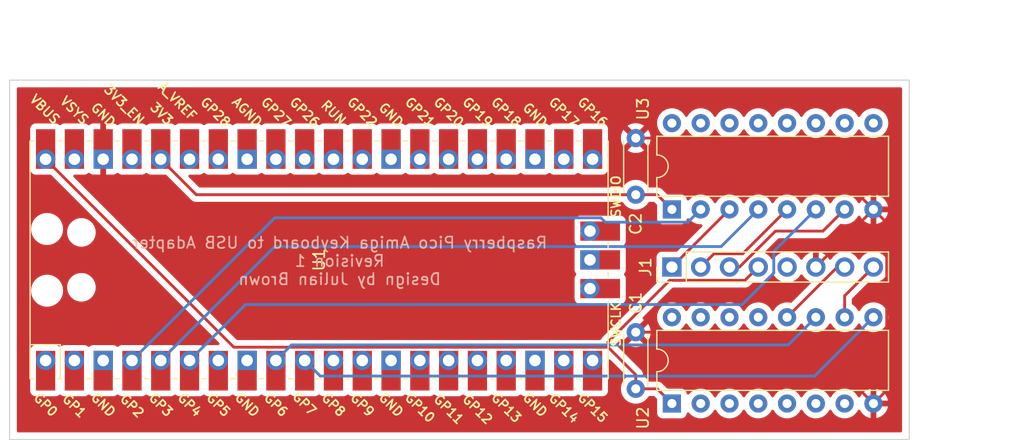
<source format=kicad_pcb>
(kicad_pcb (version 20211014) (generator pcbnew)
  (title_block (title "Raspberry Pico Amiga Keyboard to USB Adapter") (date "2022-05-25") (rev "1") (comment 1 "Design by Julian Brown"))
  (layers (0 "F.Cu" signal) (31 "B.Cu" signal) (34 "B.Paste" user) (35 "F.Paste" user) (36 "B.SilkS" user "B.Silkscreen") (37 "F.SilkS" user "F.Silkscreen") (38 "B.Mask" user) (39 "F.Mask" user) (44 "Edge.Cuts" user))
  (net 0 "")
  (net 1 "KBDCLK")
  (net 2 "KBDDATA")
  (net 3 "KBDRST")
  (net 4 "KBD5V")
  (net 6 "KBDGND")
  (net 7 "LEDPWR")
  (net 8 "LEDACT")
  (net 12 "CLK")
  (net 13 "DATA")
  (net 14 "RST")
  (net 17 "LEDPWR3")
  (net 18 "LEDACT3")
  (net 44 "+3V3")
  (footprint "Package_DIP:DIP-16_W7.62mm" (layer "F.Cu") (at 116.312989 81.174511 90)
    (fp_text reference "U2" (at -1.28 -2.555 90) (layer "F.SilkS"))
    (fp_text value "4050")
    (fp_line (start 2.81 -1.33) (end 1.16 -1.33) (layer "F.SilkS") (width 0.12))
    (fp_line (start 6.46 -1.33) (end 4.81 -1.33) (layer "F.SilkS") (width 0.12))
    (fp_line (start 1.16 19.11) (end 6.46 19.11) (layer "F.SilkS") (width 0.12))
    (fp_line (start 1.16 -1.33) (end 1.16 19.11) (layer "F.SilkS") (width 0.12))
    (fp_line (start 6.46 19.11) (end 6.46 -1.33) (layer "F.SilkS") (width 0.12))
    (fp_arc (start 4.81 -1.33) (mid 3.81 -0.33) (end 2.81 -1.33) (layer "F.SilkS") (width 0.12))
    (pad "1" thru_hole rect (at 0 0 90) (size 1.6 1.6) (drill 0.8) (layers *.Cu *.Mask) (net 4 "KBD5V"))
    (pad "2" thru_hole oval (at 0 2.54 90) (size 1.6 1.6) (drill 0.8) (layers *.Cu *.Mask))
    (pad "3" thru_hole oval (at 0 5.08 90) (size 1.6 1.6) (drill 0.8) (layers *.Cu *.Mask))
    (pad "4" thru_hole oval (at 0 7.62 90) (size 1.6 1.6) (drill 0.8) (layers *.Cu *.Mask))
    (pad "5" thru_hole oval (at 0 10.16 90) (size 1.6 1.6) (drill 0.8) (layers *.Cu *.Mask))
    (pad "6" thru_hole oval (at 0 12.7 90) (size 1.6 1.6) (drill 0.8) (layers *.Cu *.Mask))
    (pad "7" thru_hole oval (at 0 15.24 90) (size 1.6 1.6) (drill 0.8) (layers *.Cu *.Mask))
    (pad "8" thru_hole oval (at 0 17.78 90) (size 1.6 1.6) (drill 0.8) (layers *.Cu *.Mask) (net 6 "KBDGND"))
    (pad "9" thru_hole oval (at 7.62 17.78 90) (size 1.6 1.6) (drill 0.8) (layers *.Cu *.Mask) (net 18 "LEDACT3"))
    (pad "10" thru_hole oval (at 7.62 15.24 90) (size 1.6 1.6) (drill 0.8) (layers *.Cu *.Mask) (net 8 "LEDACT"))
    (pad "11" thru_hole oval (at 7.62 12.7 90) (size 1.6 1.6) (drill 0.8) (layers *.Cu *.Mask) (net 17 "LEDPWR3"))
    (pad "12" thru_hole oval (at 7.62 10.16 90) (size 1.6 1.6) (drill 0.8) (layers *.Cu *.Mask) (net 7 "LEDPWR"))
    (pad "13" thru_hole oval (at 7.62 7.62 90) (size 1.6 1.6) (drill 0.8) (layers *.Cu *.Mask))
    (pad "14" thru_hole oval (at 7.62 5.08 90) (size 1.6 1.6) (drill 0.8) (layers *.Cu *.Mask))
    (pad "15" thru_hole oval (at 7.62 2.54 90) (size 1.6 1.6) (drill 0.8) (layers *.Cu *.Mask))
    (pad "16" thru_hole oval (at 7.62 0 90) (size 1.6 1.6) (drill 0.8) (layers *.Cu *.Mask))
  )
  (footprint "Capacitor_THT:C_Disc_D4.3mm_W1.9mm_P5.00mm" (layer "F.Cu") (at 113.122989 79.874511 90)
    (fp_text reference "C1" (at 7.58 0 90) (layer "F.SilkS"))
    (fp_text value "1nF")
    (fp_line (start 0.23 1.055) (end 0.23 1.07) (layer "F.SilkS") (width 0.12))
    (fp_line (start 0.23 1.07) (end 4.77 1.07) (layer "F.SilkS") (width 0.12))
    (fp_line (start 0.23 -1.07) (end 4.77 -1.07) (layer "F.SilkS") (width 0.12))
    (fp_line (start 0.23 -1.07) (end 0.23 -1.055) (layer "F.SilkS") (width 0.12))
    (fp_line (start 4.77 -1.07) (end 4.77 -1.055) (layer "F.SilkS") (width 0.12))
    (fp_line (start 4.77 1.055) (end 4.77 1.07) (layer "F.SilkS") (width 0.12))
    (pad "1" thru_hole circle (at 0 0 90) (size 1.6 1.6) (drill 0.8) (layers *.Cu *.Mask) (net 4 "KBD5V"))
    (pad "2" thru_hole circle (at 5 0 90) (size 1.6 1.6) (drill 0.8) (layers *.Cu *.Mask) (net 6 "KBDGND"))
  )
  (footprint "MCU_RaspberryPi_and_Boards:RPi_Pico_SMD_TH" (layer "F.Cu") (at 85.182989 68.484511 90)
    (fp_text reference "U1" (at 0 0 90) (layer "F.SilkS"))
    (fp_text value "Pico")
    (fp_text user "SWCLK" (at -5.7 26.2 90) (layer "F.SilkS") (effects (font (size 0.8 0.8))))
    (fp_text user "GP21" (at 13.054 8.9 135) (layer "F.SilkS") (effects (font (size 0.8 0.8))))
    (fp_text user "GND" (at -12.8 6.35 135) (layer "F.SilkS") (effects (font (size 0.8 0.8))))
    (fp_text user "GND" (at 12.8 6.35 135) (layer "F.SilkS") (effects (font (size 0.8 0.8))))
    (fp_text user "VBUS" (at 13.3 -24.2 135) (layer "F.SilkS") (effects (font (size 0.8 0.8))))
    (fp_text user "GND" (at -12.8 -6.35 135) (layer "F.SilkS") (effects (font (size 0.8 0.8))))
    (fp_text user "3V3_EN" (at 13.7 -17.2 135) (layer "F.SilkS") (effects (font (size 0.8 0.8))))
    (fp_text user "GP15" (at -13.054 24.13 135) (layer "F.SilkS") (effects (font (size 0.8 0.8))))
    (fp_text user "3V3" (at 12.9 -13.9 135) (layer "F.SilkS") (effects (font (size 0.8 0.8))))
    (fp_text user "AGND" (at 13.054 -6.35 135) (layer "F.SilkS") (effects (font (size 0.8 0.8))))
    (fp_text user "GP7" (at -12.7 -1.3 135) (layer "F.SilkS") (effects (font (size 0.8 0.8))))
    (fp_text user "GP8" (at -12.8 1.27 135) (layer "F.SilkS") (effects (font (size 0.8 0.8))))
    (fp_text user "GP4" (at -12.8 -11.43 135) (layer "F.SilkS") (effects (font (size 0.8 0.8))))
    (fp_text user "GP14" (at -13.1 21.59 135) (layer "F.SilkS") (effects (font (size 0.8 0.8))))
    (fp_text user "VSYS" (at 13.2 -21.59 135) (layer "F.SilkS") (effects (font (size 0.8 0.8))))
    (fp_text user "GP27" (at 13.054 -3.8 135) (layer "F.SilkS") (effects (font (size 0.8 0.8))))
    (fp_text user "GP10" (at -13.054 8.89 135) (layer "F.SilkS") (effects (font (size 0.8 0.8))))
    (fp_text user "GP26" (at 13.054 -1.27 135) (layer "F.SilkS") (effects (font (size 0.8 0.8))))
    (fp_text user "GP12" (at -13.2 13.97 135) (layer "F.SilkS") (effects (font (size 0.8 0.8))))
    (fp_text user "GP17" (at 13.054 21.59 135) (layer "F.SilkS") (effects (font (size 0.8 0.8))))
    (fp_text user "GP20" (at 13.054 11.43 135) (layer "F.SilkS") (effects (font (size 0.8 0.8))))
    (fp_text user "RUN" (at 13 1.27 135) (layer "F.SilkS") (effects (font (size 0.8 0.8))))
    (fp_text user "GND" (at 12.8 -19.05 135) (layer "F.SilkS") (effects (font (size 0.8 0.8))))
    (fp_text user "GND" (at -12.8 19.05 135) (layer "F.SilkS") (effects (font (size 0.8 0.8))))
    (fp_text user "GP1" (at -12.9 -21.6 135) (layer "F.SilkS") (effects (font (size 0.8 0.8))))
    (fp_text user "GP5" (at -12.8 -8.89 135) (layer "F.SilkS") (effects (font (size 0.8 0.8))))
    (fp_text user "GP13" (at -13.054 16.51 135) (layer "F.SilkS") (effects (font (size 0.8 0.8))))
    (fp_text user "GP28" (at 13.054 -9.144 135) (layer "F.SilkS") (effects (font (size 0.8 0.8))))
    (fp_text user "GP0" (at -12.8 -24.13 135) (layer "F.SilkS") (effects (font (size 0.8 0.8))))
    (fp_text user "GP22" (at 13.054 3.81 135) (layer "F.SilkS") (effects (font (size 0.8 0.8))))
    (fp_text user "GP6" (at -12.8 -3.81 135) (layer "F.SilkS") (effects (font (size 0.8 0.8))))
    (fp_text user "GP16" (at 13.054 24.13 135) (layer "F.SilkS") (effects (font (size 0.8 0.8))))
    (fp_text user "GP3" (at -12.8 -13.97 135) (layer "F.SilkS") (effects (font (size 0.8 0.8))))
    (fp_text user "GP9" (at -12.8 3.81 135) (layer "F.SilkS") (effects (font (size 0.8 0.8))))
    (fp_text user "A_VREF" (at 14 -12.5 135) (layer "F.SilkS") (effects (font (size 0.8 0.8))))
    (fp_text user "GP2" (at -12.9 -16.51 135) (layer "F.SilkS") (effects (font (size 0.8 0.8))))
    (fp_text user "GP11" (at -13.2 11.43 135) (layer "F.SilkS") (effects (font (size 0.8 0.8))))
    (fp_text user "GND" (at -12.8 -19.05 135) (layer "F.SilkS") (effects (font (size 0.8 0.8))))
    (fp_text user "GP18" (at 13.054 16.51 135) (layer "F.SilkS") (effects (font (size 0.8 0.8))))
    (fp_text user "GP19" (at 13.054 13.97 135) (layer "F.SilkS") (effects (font (size 0.8 0.8))))
    (fp_text user "GND" (at 12.8 19.05 135) (layer "F.SilkS") (effects (font (size 0.8 0.8))))
    (fp_text user "SWDIO" (at 5.6 26.2 90) (layer "F.SilkS") (effects (font (size 0.8 0.8))))
    (fp_line (start -10.5 17.6) (end -10.5 18) (layer "F.SilkS") (width 0.12))
    (fp_line (start -10.5 7.4) (end -10.5 7.8) (layer "F.SilkS") (width 0.12))
    (fp_line (start 10.5 -23.1) (end 10.5 -22.7) (layer "F.SilkS") (width 0.12))
    (fp_line (start -10.5 -0.2) (end -10.5 0.2) (layer "F.SilkS") (width 0.12))
    (fp_line (start -10.5 -22.833) (end -7.493 -22.833) (layer "F.SilkS") (width 0.12))
    (fp_line (start -10.5 -7.8) (end -10.5 -7.4) (layer "F.SilkS") (width 0.12))
    (fp_line (start 10.5 17.6) (end 10.5 18) (layer "F.SilkS") (width 0.12))
    (fp_line (start 10.5 -0.2) (end 10.5 0.2) (layer "F.SilkS") (width 0.12))
    (fp_line (start -10.5 2.3) (end -10.5 2.7) (layer "F.SilkS") (width 0.12))
    (fp_line (start -1.5 25.5) (end -1.1 25.5) (layer "F.SilkS") (width 0.12))
    (fp_line (start 10.5 -20.5) (end 10.5 -20.1) (layer "F.SilkS") (width 0.12))
    (fp_line (start 10.5 -10.4) (end 10.5 -10) (layer "F.SilkS") (width 0.12))
    (fp_line (start 10.5 -5.3) (end 10.5 -4.9) (layer "F.SilkS") (width 0.12))
    (fp_line (start 10.5 4.9) (end 10.5 5.3) (layer "F.SilkS") (width 0.12))
    (fp_line (start -10.5 20.1) (end -10.5 20.5) (layer "F.SilkS") (width 0.12))
    (fp_line (start 1.1 25.5) (end 1.5 25.5) (layer "F.SilkS") (width 0.12))
    (fp_line (start 10.5 15.1) (end 10.5 15.5) (layer "F.SilkS") (width 0.12))
    (fp_line (start -3.7 25.5) (end -10.5 25.5) (layer "F.SilkS") (width 0.12))
    (fp_line (start -10.5 -2.7) (end -10.5 -2.3) (layer "F.SilkS") (width 0.12))
    (fp_line (start -10.5 -20.5) (end -10.5 -20.1) (layer "F.SilkS") (width 0.12))
    (fp_line (start 10.5 -15.4) (end 10.5 -15) (layer "F.SilkS") (width 0.12))
    (fp_line (start 10.5 10) (end 10.5 10.4) (layer "F.SilkS") (width 0.12))
    (fp_line (start -10.5 22.7) (end -10.5 23.1) (layer "F.SilkS") (width 0.12))
    (fp_line (start -10.5 -12.9) (end -10.5 -12.5) (layer "F.SilkS") (width 0.12))
    (fp_line (start 10.5 12.5) (end 10.5 12.9) (layer "F.SilkS") (width 0.12))
    (fp_line (start 10.5 -25.5) (end 10.5 -25.2) (layer "F.SilkS") (width 0.12))
    (fp_line (start 10.5 -2.7) (end 10.5 -2.3) (layer "F.SilkS") (width 0.12))
    (fp_line (start -10.5 -18) (end -10.5 -17.6) (layer "F.SilkS") (width 0.12))
    (fp_line (start -10.5 -5.3) (end -10.5 -4.9) (layer "F.SilkS") (width 0.12))
    (fp_line (start -10.5 10) (end -10.5 10.4) (layer "F.SilkS") (width 0.12))
    (fp_line (start -10.5 15.1) (end -10.5 15.5) (layer "F.SilkS") (width 0.12))
    (fp_line (start 10.5 2.3) (end 10.5 2.7) (layer "F.SilkS") (width 0.12))
    (fp_line (start -10.5 -23.1) (end -10.5 -22.7) (layer "F.SilkS") (width 0.12))
    (fp_line (start 10.5 22.7) (end 10.5 23.1) (layer "F.SilkS") (width 0.12))
    (fp_line (start 10.5 -12.9) (end 10.5 -12.5) (layer "F.SilkS") (width 0.12))
    (fp_line (start -10.5 -25.5) (end -10.5 -25.2) (layer "F.SilkS") (width 0.12))
    (fp_line (start 10.5 7.4) (end 10.5 7.8) (layer "F.SilkS") (width 0.12))
    (fp_line (start -10.5 -10.4) (end -10.5 -10) (layer "F.SilkS") (width 0.12))
    (fp_line (start 10.5 20.1) (end 10.5 20.5) (layer "F.SilkS") (width 0.12))
    (fp_line (start -7.493 -22.833) (end -7.493 -25.5) (layer "F.SilkS") (width 0.12))
    (fp_line (start -10.5 4.9) (end -10.5 5.3) (layer "F.SilkS") (width 0.12))
    (fp_line (start 10.5 -7.8) (end 10.5 -7.4) (layer "F.SilkS") (width 0.12))
    (fp_line (start 10.5 -18) (end 10.5 -17.6) (layer "F.SilkS") (width 0.12))
    (fp_line (start 10.5 25.5) (end 3.7 25.5) (layer "F.SilkS") (width 0.12))
    (fp_line (start -10.5 -15.4) (end -10.5 -15) (layer "F.SilkS") (width 0.12))
    (fp_line (start -10.5 -25.5) (end 10.5 -25.5) (layer "F.SilkS") (width 0.12))
    (fp_line (start -10.5 12.5) (end -10.5 12.9) (layer "F.SilkS") (width 0.12))
    (pad "" np_thru_hole oval (at 2.425 -20.97 90) (size 1.5 1.5) (drill 1.5) (layers *.Cu *.Mask))
    (pad "" np_thru_hole oval (at 2.725 -24 90) (size 1.8 1.8) (drill 1.8) (layers *.Cu *.Mask))
    (pad "" np_thru_hole oval (at -2.725 -24 90) (size 1.8 1.8) (drill 1.8) (layers *.Cu *.Mask))
    (pad "" np_thru_hole oval (at -2.425 -20.97 90) (size 1.5 1.5) (drill 1.5) (layers *.Cu *.Mask))
    (pad "1" smd rect (at -8.89 -24.13 90) (size 3.5 1.7) (drill (offset -0.9 0)) (layers "F.Cu" "F.Mask"))
    (pad "1" thru_hole oval (at -8.89 -24.13 90) (size 1.7 1.7) (drill 1.02) (layers *.Cu *.Mask))
    (pad "2" thru_hole oval (at -8.89 -21.59 90) (size 1.7 1.7) (drill 1.02) (layers *.Cu *.Mask))
    (pad "2" smd rect (at -8.89 -21.59 90) (size 3.5 1.7) (drill (offset -0.9 0)) (layers "F.Cu" "F.Mask"))
    (pad "3" thru_hole rect (at -8.89 -19.05 90) (size 1.7 1.7) (drill 1.02) (layers *.Cu *.Mask))
    (pad "3" smd rect (at -8.89 -19.05 90) (size 3.5 1.7) (drill (offset -0.9 0)) (layers "F.Cu" "F.Mask"))
    (pad "4" thru_hole oval (at -8.89 -16.51 90) (size 1.7 1.7) (drill 1.02) (layers *.Cu *.Mask) (net 12 "CLK"))
    (pad "4" smd rect (at -8.89 -16.51 90) (size 3.5 1.7) (drill (offset -0.9 0)) (layers "F.Cu" "F.Mask") (net 12 "CLK"))
    (pad "5" thru_hole oval (at -8.89 -13.97 90) (size 1.7 1.7) (drill 1.02) (layers *.Cu *.Mask) (net 13 "DATA"))
    (pad "5" smd rect (at -8.89 -13.97 90) (size 3.5 1.7) (drill (offset -0.9 0)) (layers "F.Cu" "F.Mask") (net 13 "DATA"))
    (pad "6" thru_hole oval (at -8.89 -11.43 90) (size 1.7 1.7) (drill 1.02) (layers *.Cu *.Mask) (net 14 "RST"))
    (pad "6" smd rect (at -8.89 -11.43 90) (size 3.5 1.7) (drill (offset -0.9 0)) (layers "F.Cu" "F.Mask") (net 14 "RST"))
    (pad "7" smd rect (at -8.89 -8.89 90) (size 3.5 1.7) (drill (offset -0.9 0)) (layers "F.Cu" "F.Mask"))
    (pad "7" thru_hole oval (at -8.89 -8.89 90) (size 1.7 1.7) (drill 1.02) (layers *.Cu *.Mask))
    (pad "8" smd rect (at -8.89 -6.35 90) (size 3.5 1.7) (drill (offset -0.9 0)) (layers "F.Cu" "F.Mask"))
    (pad "8" thru_hole rect (at -8.89 -6.35 90) (size 1.7 1.7) (drill 1.02) (layers *.Cu *.Mask))
    (pad "9" thru_hole oval (at -8.89 -3.81 90) (size 1.7 1.7) (drill 1.02) (layers *.Cu *.Mask) (net 17 "LEDPWR3"))
    (pad "9" smd rect (at -8.89 -3.81 90) (size 3.5 1.7) (drill (offset -0.9 0)) (layers "F.Cu" "F.Mask") (net 17 "LEDPWR3"))
    (pad "10" thru_hole oval (at -8.89 -1.27 90) (size 1.7 1.7) (drill 1.02) (layers *.Cu *.Mask) (net 18 "LEDACT3"))
    (pad "10" smd rect (at -8.89 -1.27 90) (size 3.5 1.7) (drill (offset -0.9 0)) (layers "F.Cu" "F.Mask") (net 18 "LEDACT3"))
    (pad "11" smd rect (at -8.89 1.27 90) (size 3.5 1.7) (drill (offset -0.9 0)) (layers "F.Cu" "F.Mask"))
    (pad "11" thru_hole oval (at -8.89 1.27 90) (size 1.7 1.7) (drill 1.02) (layers *.Cu *.Mask))
    (pad "12" thru_hole oval (at -8.89 3.81 90) (size 1.7 1.7) (drill 1.02) (layers *.Cu *.Mask))
    (pad "12" smd rect (at -8.89 3.81 90) (size 3.5 1.7) (drill (offset -0.9 0)) (layers "F.Cu" "F.Mask"))
    (pad "13" thru_hole rect (at -8.89 6.35 90) (size 1.7 1.7) (drill 1.02) (layers *.Cu *.Mask))
    (pad "13" smd rect (at -8.89 6.35 90) (size 3.5 1.7) (drill (offset -0.9 0)) (layers "F.Cu" "F.Mask"))
    (pad "14" smd rect (at -8.89 8.89 90) (size 3.5 1.7) (drill (offset -0.9 0)) (layers "F.Cu" "F.Mask"))
    (pad "14" thru_hole oval (at -8.89 8.89 90) (size 1.7 1.7) (drill 1.02) (layers *.Cu *.Mask))
    (pad "15" smd rect (at -8.89 11.43 90) (size 3.5 1.7) (drill (offset -0.9 0)) (layers "F.Cu" "F.Mask"))
    (pad "15" thru_hole oval (at -8.89 11.43 90) (size 1.7 1.7) (drill 1.02) (layers *.Cu *.Mask))
    (pad "16" thru_hole oval (at -8.89 13.97 90) (size 1.7 1.7) (drill 1.02) (layers *.Cu *.Mask))
    (pad "16" smd rect (at -8.89 13.97 90) (size 3.5 1.7) (drill (offset -0.9 0)) (layers "F.Cu" "F.Mask"))
    (pad "17" smd rect (at -8.89 16.51 90) (size 3.5 1.7) (drill (offset -0.9 0)) (layers "F.Cu" "F.Mask"))
    (pad "17" thru_hole oval (at -8.89 16.51 90) (size 1.7 1.7) (drill 1.02) (layers *.Cu *.Mask))
    (pad "18" smd rect (at -8.89 19.05 90) (size 3.5 1.7) (drill (offset -0.9 0)) (layers "F.Cu" "F.Mask"))
    (pad "18" thru_hole rect (at -8.89 19.05 90) (size 1.7 1.7) (drill 1.02) (layers *.Cu *.Mask))
    (pad "19" smd rect (at -8.89 21.59 90) (size 3.5 1.7) (drill (offset -0.9 0)) (layers "F.Cu" "F.Mask"))
    (pad "19" thru_hole oval (at -8.89 21.59 90) (size 1.7 1.7) (drill 1.02) (layers *.Cu *.Mask))
    (pad "20" thru_hole oval (at -8.89 24.13 90) (size 1.7 1.7) (drill 1.02) (layers *.Cu *.Mask))
    (pad "20" smd rect (at -8.89 24.13 90) (size 3.5 1.7) (drill (offset -0.9 0)) (layers "F.Cu" "F.Mask"))
    (pad "21" smd rect (at 8.89 24.13 90) (size 3.5 1.7) (drill (offset 0.9 0)) (layers "F.Cu" "F.Mask"))
    (pad "21" thru_hole oval (at 8.89 24.13 90) (size 1.7 1.7) (drill 1.02) (layers *.Cu *.Mask))
    (pad "22" smd rect (at 8.89 21.59 90) (size 3.5 1.7) (drill (offset 0.9 0)) (layers "F.Cu" "F.Mask"))
    (pad "22" thru_hole oval (at 8.89 21.59 90) (size 1.7 1.7) (drill 1.02) (layers *.Cu *.Mask))
    (pad "23" thru_hole rect (at 8.89 19.05 90) (size 1.7 1.7) (drill 1.02) (layers *.Cu *.Mask))
    (pad "23" smd rect (at 8.89 19.05 90) (size 3.5 1.7) (drill (offset 0.9 0)) (layers "F.Cu" "F.Mask"))
    (pad "24" thru_hole oval (at 8.89 16.51 90) (size 1.7 1.7) (drill 1.02) (layers *.Cu *.Mask))
    (pad "24" smd rect (at 8.89 16.51 90) (size 3.5 1.7) (drill (offset 0.9 0)) (layers "F.Cu" "F.Mask"))
    (pad "25" thru_hole oval (at 8.89 13.97 90) (size 1.7 1.7) (drill 1.02) (layers *.Cu *.Mask))
    (pad "25" smd rect (at 8.89 13.97 90) (size 3.5 1.7) (drill (offset 0.9 0)) (layers "F.Cu" "F.Mask"))
    (pad "26" smd rect (at 8.89 11.43 90) (size 3.5 1.7) (drill (offset 0.9 0)) (layers "F.Cu" "F.Mask"))
    (pad "26" thru_hole oval (at 8.89 11.43 90) (size 1.7 1.7) (drill 1.02) (layers *.Cu *.Mask))
    (pad "27" thru_hole oval (at 8.89 8.89 90) (size 1.7 1.7) (drill 1.02) (layers *.Cu *.Mask))
    (pad "27" smd rect (at 8.89 8.89 90) (size 3.5 1.7) (drill (offset 0.9 0)) (layers "F.Cu" "F.Mask"))
    (pad "28" thru_hole rect (at 8.89 6.35 90) (size 1.7 1.7) (drill 1.02) (layers *.Cu *.Mask))
    (pad "28" smd rect (at 8.89 6.35 90) (size 3.5 1.7) (drill (offset 0.9 0)) (layers "F.Cu" "F.Mask"))
    (pad "29" thru_hole oval (at 8.89 3.81 90) (size 1.7 1.7) (drill 1.02) (layers *.Cu *.Mask))
    (pad "29" smd rect (at 8.89 3.81 90) (size 3.5 1.7) (drill (offset 0.9 0)) (layers "F.Cu" "F.Mask"))
    (pad "30" thru_hole oval (at 8.89 1.27 90) (size 1.7 1.7) (drill 1.02) (layers *.Cu *.Mask))
    (pad "30" smd rect (at 8.89 1.27 90) (size 3.5 1.7) (drill (offset 0.9 0)) (layers "F.Cu" "F.Mask"))
    (pad "31" smd rect (at 8.89 -1.27 90) (size 3.5 1.7) (drill (offset 0.9 0)) (layers "F.Cu" "F.Mask"))
    (pad "31" thru_hole oval (at 8.89 -1.27 90) (size 1.7 1.7) (drill 1.02) (layers *.Cu *.Mask))
    (pad "32" thru_hole oval (at 8.89 -3.81 90) (size 1.7 1.7) (drill 1.02) (layers *.Cu *.Mask))
    (pad "32" smd rect (at 8.89 -3.81 90) (size 3.5 1.7) (drill (offset 0.9 0)) (layers "F.Cu" "F.Mask"))
    (pad "33" thru_hole rect (at 8.89 -6.35 90) (size 1.7 1.7) (drill 1.02) (layers *.Cu *.Mask))
    (pad "33" smd rect (at 8.89 -6.35 90) (size 3.5 1.7) (drill (offset 0.9 0)) (layers "F.Cu" "F.Mask"))
    (pad "34" smd rect (at 8.89 -8.89 90) (size 3.5 1.7) (drill (offset 0.9 0)) (layers "F.Cu" "F.Mask"))
    (pad "34" thru_hole oval (at 8.89 -8.89 90) (size 1.7 1.7) (drill 1.02) (layers *.Cu *.Mask))
    (pad "35" smd rect (at 8.89 -11.43 90) (size 3.5 1.7) (drill (offset 0.9 0)) (layers "F.Cu" "F.Mask"))
    (pad "35" thru_hole oval (at 8.89 -11.43 90) (size 1.7 1.7) (drill 1.02) (layers *.Cu *.Mask))
    (pad "36" smd rect (at 8.89 -13.97 90) (size 3.5 1.7) (drill (offset 0.9 0)) (layers "F.Cu" "F.Mask") (net 44 "+3V3"))
    (pad "36" thru_hole oval (at 8.89 -13.97 90) (size 1.7 1.7) (drill 1.02) (layers *.Cu *.Mask) (net 44 "+3V3"))
    (pad "37" smd rect (at 8.89 -16.51 90) (size 3.5 1.7) (drill (offset 0.9 0)) (layers "F.Cu" "F.Mask"))
    (pad "37" thru_hole oval (at 8.89 -16.51 90) (size 1.7 1.7) (drill 1.02) (layers *.Cu *.Mask))
    (pad "38" smd rect (at 8.89 -19.05 90) (size 3.5 1.7) (drill (offset 0.9 0)) (layers "F.Cu" "F.Mask") (net 6 "KBDGND"))
    (pad "38" thru_hole rect (at 8.89 -19.05 90) (size 1.7 1.7) (drill 1.02) (layers *.Cu *.Mask) (net 6 "KBDGND"))
    (pad "39" smd rect (at 8.89 -21.59 90) (size 3.5 1.7) (drill (offset 0.9 0)) (layers "F.Cu" "F.Mask"))
    (pad "39" thru_hole oval (at 8.89 -21.59 90) (size 1.7 1.7) (drill 1.02) (layers *.Cu *.Mask))
    (pad "40" thru_hole oval (at 8.89 -24.13 90) (size 1.7 1.7) (drill 1.02) (layers *.Cu *.Mask) (net 4 "KBD5V"))
    (pad "40" smd rect (at 8.89 -24.13 90) (size 3.5 1.7) (drill (offset 0.9 0)) (layers "F.Cu" "F.Mask") (net 4 "KBD5V"))
    (pad "41" thru_hole oval (at -2.54 23.9 90) (size 1.7 1.7) (drill 1.02) (layers *.Cu *.Mask))
    (pad "41" smd rect (at -2.54 23.9 180) (size 3.5 1.7) (drill (offset -0.9 0)) (layers "F.Cu" "F.Mask"))
    (pad "42" thru_hole rect (at 0 23.9 90) (size 1.7 1.7) (drill 1.02) (layers *.Cu *.Mask))
    (pad "42" smd rect (at 0 23.9 180) (size 3.5 1.7) (drill (offset -0.9 0)) (layers "F.Cu" "F.Mask"))
    (pad "43" thru_hole oval (at 2.54 23.9 90) (size 1.7 1.7) (drill 1.02) (layers *.Cu *.Mask))
    (pad "43" smd rect (at 2.54 23.9 180) (size 3.5 1.7) (drill (offset -0.9 0)) (layers "F.Cu" "F.Mask"))
  )
  (footprint "Capacitor_THT:C_Disc_D4.3mm_W1.9mm_P5.00mm" (layer "F.Cu") (at 113.122989 62.729511 90)
    (fp_text reference "C2" (at -2.58 0 90) (layer "F.SilkS"))
    (fp_text value "1nF")
    (fp_line (start 0.23 1.07) (end 4.77 1.07) (layer "F.SilkS") (width 0.12))
    (fp_line (start 0.23 -1.07) (end 4.77 -1.07) (layer "F.SilkS") (width 0.12))
    (fp_line (start 4.77 -1.07) (end 4.77 -1.055) (layer "F.SilkS") (width 0.12))
    (fp_line (start 0.23 -1.07) (end 0.23 -1.055) (layer "F.SilkS") (width 0.12))
    (fp_line (start 4.77 1.055) (end 4.77 1.07) (layer "F.SilkS") (width 0.12))
    (fp_line (start 0.23 1.055) (end 0.23 1.07) (layer "F.SilkS") (width 0.12))
    (pad "1" thru_hole circle (at 0 0 90) (size 1.6 1.6) (drill 0.8) (layers *.Cu *.Mask) (net 44 "+3V3"))
    (pad "2" thru_hole circle (at 5 0 90) (size 1.6 1.6) (drill 0.8) (layers *.Cu *.Mask) (net 6 "KBDGND"))
  )
  (footprint "Connector_PinHeader_2.54mm:PinHeader_1x08_P2.54mm_Vertical" (layer "F.Cu") (at 116.312989 69.119511 90)
    (fp_text reference "J1" (at 0 -2.33 90) (layer "F.SilkS"))
    (fp_text value "Conn_01x08_Male")
    (fp_line (start 1.33 1.27) (end 1.33 19.11) (layer "F.SilkS") (width 0.12))
    (fp_line (start -1.33 19.11) (end 1.33 19.11) (layer "F.SilkS") (width 0.12))
    (fp_line (start -1.33 1.27) (end -1.33 19.11) (layer "F.SilkS") (width 0.12))
    (fp_line (start -1.33 1.27) (end 1.33 1.27) (layer "F.SilkS") (width 0.12))
    (fp_line (start -1.33 0) (end -1.33 -1.33) (layer "F.SilkS") (width 0.12))
    (fp_line (start -1.33 -1.33) (end 0 -1.33) (layer "F.SilkS") (width 0.12))
    (pad "1" thru_hole rect (at 0 0 90) (size 1.7 1.7) (drill 1) (layers *.Cu *.Mask) (net 1 "KBDCLK"))
    (pad "2" thru_hole oval (at 0 2.54 90) (size 1.7 1.7) (drill 1) (layers *.Cu *.Mask) (net 2 "KBDDATA"))
    (pad "3" thru_hole oval (at 0 5.08 90) (size 1.7 1.7) (drill 1) (layers *.Cu *.Mask) (net 3 "KBDRST"))
    (pad "4" thru_hole oval (at 0 7.62 90) (size 1.7 1.7) (drill 1) (layers *.Cu *.Mask) (net 4 "KBD5V"))
    (pad "5" thru_hole oval (at 0 10.16 90) (size 1.7 1.7) (drill 1) (layers *.Cu *.Mask))
    (pad "6" thru_hole oval (at 0 12.7 90) (size 1.7 1.7) (drill 1) (layers *.Cu *.Mask) (net 6 "KBDGND"))
    (pad "7" thru_hole oval (at 0 15.24 90) (size 1.7 1.7) (drill 1) (layers *.Cu *.Mask) (net 7 "LEDPWR"))
    (pad "8" thru_hole oval (at 0 17.78 90) (size 1.7 1.7) (drill 1) (layers *.Cu *.Mask) (net 8 "LEDACT"))
  )
  (footprint "Package_DIP:DIP-16_W7.62mm" (layer "F.Cu") (at 116.312989 64.029511 90)
    (fp_text reference "U3" (at 8.88 -2.555 90) (layer "F.SilkS"))
    (fp_text value "4050")
    (fp_line (start 1.16 -1.33) (end 1.16 19.11) (layer "F.SilkS") (width 0.12))
    (fp_line (start 6.46 -1.33) (end 4.81 -1.33) (layer "F.SilkS") (width 0.12))
    (fp_line (start 2.81 -1.33) (end 1.16 -1.33) (layer "F.SilkS") (width 0.12))
    (fp_line (start 6.46 19.11) (end 6.46 -1.33) (layer "F.SilkS") (width 0.12))
    (fp_line (start 1.16 19.11) (end 6.46 19.11) (layer "F.SilkS") (width 0.12))
    (fp_arc (start 4.81 -1.33) (mid 3.81 -0.33) (end 2.81 -1.33) (layer "F.SilkS") (width 0.12))
    (pad "1" thru_hole rect (at 0 0 90) (size 1.6 1.6) (drill 0.8) (layers *.Cu *.Mask) (net 44 "+3V3"))
    (pad "2" thru_hole oval (at 0 2.54 90) (size 1.6 1.6) (drill 0.8) (layers *.Cu *.Mask) (net 12 "CLK"))
    (pad "3" thru_hole oval (at 0 5.08 90) (size 1.6 1.6) (drill 0.8) (layers *.Cu *.Mask) (net 1 "KBDCLK"))
    (pad "4" thru_hole oval (at 0 7.62 90) (size 1.6 1.6) (drill 0.8) (layers *.Cu *.Mask) (net 13 "DATA"))
    (pad "5" thru_hole oval (at 0 10.16 90) (size 1.6 1.6) (drill 0.8) (layers *.Cu *.Mask) (net 2 "KBDDATA"))
    (pad "6" thru_hole oval (at 0 12.7 90) (size 1.6 1.6) (drill 0.8) (layers *.Cu *.Mask) (net 14 "RST"))
    (pad "7" thru_hole oval (at 0 15.24 90) (size 1.6 1.6) (drill 0.8) (layers *.Cu *.Mask) (net 3 "KBDRST"))
    (pad "8" thru_hole oval (at 0 17.78 90) (size 1.6 1.6) (drill 0.8) (layers *.Cu *.Mask) (net 6 "KBDGND"))
    (pad "9" thru_hole oval (at 7.62 17.78 90) (size 1.6 1.6) (drill 0.8) (layers *.Cu *.Mask))
    (pad "10" thru_hole oval (at 7.62 15.24 90) (size 1.6 1.6) (drill 0.8) (layers *.Cu *.Mask))
    (pad "11" thru_hole oval (at 7.62 12.7 90) (size 1.6 1.6) (drill 0.8) (layers *.Cu *.Mask))
    (pad "12" thru_hole oval (at 7.62 10.16 90) (size 1.6 1.6) (drill 0.8) (layers *.Cu *.Mask))
    (pad "13" thru_hole oval (at 7.62 7.62 90) (size 1.6 1.6) (drill 0.8) (layers *.Cu *.Mask))
    (pad "14" thru_hole oval (at 7.62 5.08 90) (size 1.6 1.6) (drill 0.8) (layers *.Cu *.Mask))
    (pad "15" thru_hole oval (at 7.62 2.54 90) (size 1.6 1.6) (drill 0.8) (layers *.Cu *.Mask))
    (pad "16" thru_hole oval (at 7.62 0 90) (size 1.6 1.6) (drill 0.8) (layers *.Cu *.Mask))
  )
  (gr_rect (start 57.877989 52.609511) (end 137.252989 84.359511) (layer "Edge.Cuts") (width 0.1) (fill none))
  (gr_text "Raspberry Pico Amiga Keyboard to USB Adapter\nRevision 1\nDesign by Julian Brown" (at 86.995 68.58) (layer "B.SilkS") (effects (font (size 1 1)) (justify mirror)))
  (segment (start 116.312989 69.119511) (end 116.312989 69.109511) (width 0.25) (layer "F.Cu") (net 1))
  (segment (start 116.312989 69.109511) (end 121.392989 64.029511) (width 0.25) (layer "F.Cu") (net 1))
  (segment (start 120.0275 67.945) (end 122.5575 67.945) (width 0.25) (layer "F.Cu") (net 2))
  (segment (start 118.852989 69.119511) (end 120.0275 67.945) (width 0.25) (layer "F.Cu") (net 2))
  (segment (start 122.5575 67.945) (end 126.472989 64.029511) (width 0.25) (layer "F.Cu") (net 2))
  (segment (start 122.271979 69.119511) (end 125.446979 65.944511) (width 0.25) (layer "F.Cu") (net 3))
  (segment (start 121.392989 69.119511) (end 122.271979 69.119511) (width 0.25) (layer "F.Cu") (net 3))
  (segment (start 125.446979 65.944511) (end 129.637989 65.944511) (width 0.25) (layer "F.Cu") (net 3))
  (segment (start 129.637989 65.944511) (end 131.552989 64.029511) (width 0.25) (layer "F.Cu") (net 3))
  (segment (start 113.122989 78.644511) (end 113.122989 79.874511) (width 0.25) (layer "F.Cu") (net 4))
  (segment (start 115.012989 79.874511) (end 116.312989 81.174511) (width 0.25) (layer "F.Cu") (net 4))
  (segment (start 116.113178 70.294022) (end 122.758478 70.294022) (width 0.25) (layer "F.Cu") (net 4))
  (segment (start 110.678478 76.2) (end 113.122989 78.644511) (width 0.25) (layer "F.Cu") (net 4))
  (segment (start 77.658478 76.2) (end 110.678478 76.2) (width 0.25) (layer "F.Cu") (net 4))
  (segment (start 122.758478 70.294022) (end 123.932989 69.119511) (width 0.25) (layer "F.Cu") (net 4))
  (segment (start 110.678478 76.2) (end 110.678478 75.728722) (width 0.25) (layer "F.Cu") (net 4))
  (segment (start 113.122989 79.874511) (end 115.012989 79.874511) (width 0.25) (layer "F.Cu") (net 4))
  (segment (start 61.052989 59.594511) (end 77.658478 76.2) (width 0.25) (layer "F.Cu") (net 4))
  (segment (start 110.678478 75.728722) (end 116.113178 70.294022) (width 0.25) (layer "F.Cu") (net 4))
  (segment (start 134.092989 64.029511) (end 129.012989 69.109511) (width 0.25) (layer "F.Cu") (net 6))
  (segment (start 127.792989 74.874511) (end 134.092989 81.174511) (width 0.25) (layer "F.Cu") (net 6))
  (segment (start 113.122989 74.874511) (end 127.792989 74.874511) (width 0.25) (layer "F.Cu") (net 6))
  (segment (start 135.2675 65.204022) (end 135.2675 80) (width 0.25) (layer "F.Cu") (net 6))
  (segment (start 111.273478 55.88) (end 66.04 55.88) (width 0.25) (layer "F.Cu") (net 6))
  (segment (start 134.092989 64.029511) (end 135.2675 65.204022) (width 0.25) (layer "F.Cu") (net 6))
  (segment (start 66.04 55.88) (end 66.04 59.501522) (width 0.25) (layer "F.Cu") (net 6))
  (segment (start 129.012989 69.109511) (end 129.012989 69.119511) (width 0.25) (layer "F.Cu") (net 6))
  (segment (start 113.122989 57.729511) (end 111.273478 55.88) (width 0.25) (layer "F.Cu") (net 6))
  (segment (start 134.092989 64.029511) (end 127.792989 57.729511) (width 0.25) (layer "F.Cu") (net 6))
  (segment (start 66.04 59.501522) (end 66.132989 59.594511) (width 0.25) (layer "F.Cu") (net 6))
  (segment (start 127.792989 57.729511) (end 113.122989 57.729511) (width 0.25) (layer "F.Cu") (net 6))
  (segment (start 135.2675 80) (end 134.092989 81.174511) (width 0.25) (layer "F.Cu") (net 6))
  (segment (start 130.907989 69.119511) (end 131.552989 69.119511) (width 0.25) (layer "F.Cu") (net 7))
  (segment (start 126.472989 73.554511) (end 130.907989 69.119511) (width 0.25) (layer "F.Cu") (net 7))
  (segment (start 131.552989 73.554511) (end 131.552989 71.659511) (width 0.25) (layer "F.Cu") (net 8))
  (segment (start 131.552989 71.659511) (end 134.092989 69.119511) (width 0.25) (layer "F.Cu") (net 8))
  (segment (start 110.043478 64.77) (end 81.2775 64.77) (width 0.25) (layer "B.Cu") (net 12))
  (segment (start 117.728478 65.154022) (end 110.4275 65.154022) (width 0.25) (layer "B.Cu") (net 12))
  (segment (start 110.4275 65.154022) (end 110.043478 64.77) (width 0.25) (layer "B.Cu") (net 12))
  (segment (start 118.852989 64.029511) (end 117.728478 65.154022) (width 0.25) (layer "B.Cu") (net 12))
  (segment (start 81.2775 64.77) (end 68.672989 77.374511) (width 0.25) (layer "B.Cu") (net 12))
  (segment (start 81.2775 67.31) (end 71.212989 77.374511) (width 0.25) (layer "B.Cu") (net 13))
  (segment (start 123.932989 64.029511) (end 120.6525 67.31) (width 0.25) (layer "B.Cu") (net 13))
  (segment (start 120.6525 67.31) (end 81.2775 67.31) (width 0.25) (layer "B.Cu") (net 13))
  (segment (start 122.5125 72.43) (end 78.6975 72.43) (width 0.25) (layer "B.Cu") (net 14))
  (segment (start 125.298478 67.744022) (end 125.298478 69.644022) (width 0.25) (layer "B.Cu") (net 14))
  (segment (start 125.298478 69.644022) (end 122.5125 72.43) (width 0.25) (layer "B.Cu") (net 14))
  (segment (start 78.6975 72.43) (end 73.752989 77.374511) (width 0.25) (layer "B.Cu") (net 14))
  (segment (start 129.012989 64.029511) (end 125.298478 67.744022) (width 0.25) (layer "B.Cu") (net 14))
  (segment (start 82.748478 75.999022) (end 126.568478 75.999022) (width 0.25) (layer "B.Cu") (net 17))
  (segment (start 81.372989 77.374511) (end 82.748478 75.999022) (width 0.25) (layer "B.Cu") (net 17))
  (segment (start 126.568478 75.999022) (end 129.012989 73.554511) (width 0.25) (layer "B.Cu") (net 17))
  (segment (start 134.092989 73.554511) (end 128.8975 78.75) (width 0.25) (layer "B.Cu") (net 18))
  (segment (start 85.288478 78.75) (end 83.912989 77.374511) (width 0.25) (layer "B.Cu") (net 18))
  (segment (start 128.8975 78.75) (end 85.288478 78.75) (width 0.25) (layer "B.Cu") (net 18))
  (segment (start 74.347989 62.729511) (end 71.212989 59.594511) (width 0.25) (layer "F.Cu") (net 44))
  (segment (start 113.122989 62.729511) (end 115.012989 62.729511) (width 0.25) (layer "F.Cu") (net 44))
  (segment (start 113.122989 62.729511) (end 74.347989 62.729511) (width 0.25) (layer "F.Cu") (net 44))
  (segment (start 115.012989 62.729511) (end 116.312989 64.029511) (width 0.25) (layer "F.Cu") (net 44))
  (zone (net 6) (net_name "KBDGND") (layer "F.Cu") (connect_pads (clearance 0.508)) (min_thickness 0.254) (fill yes (thermal_gap 0.508) (thermal_bridge_width 0.508))
    (polygon (pts (xy 136.617989 83.724511) (xy 58.512989 83.724511) (xy 58.512989 53.244511) (xy 136.617989 53.244511)))
  )
)
</source>
